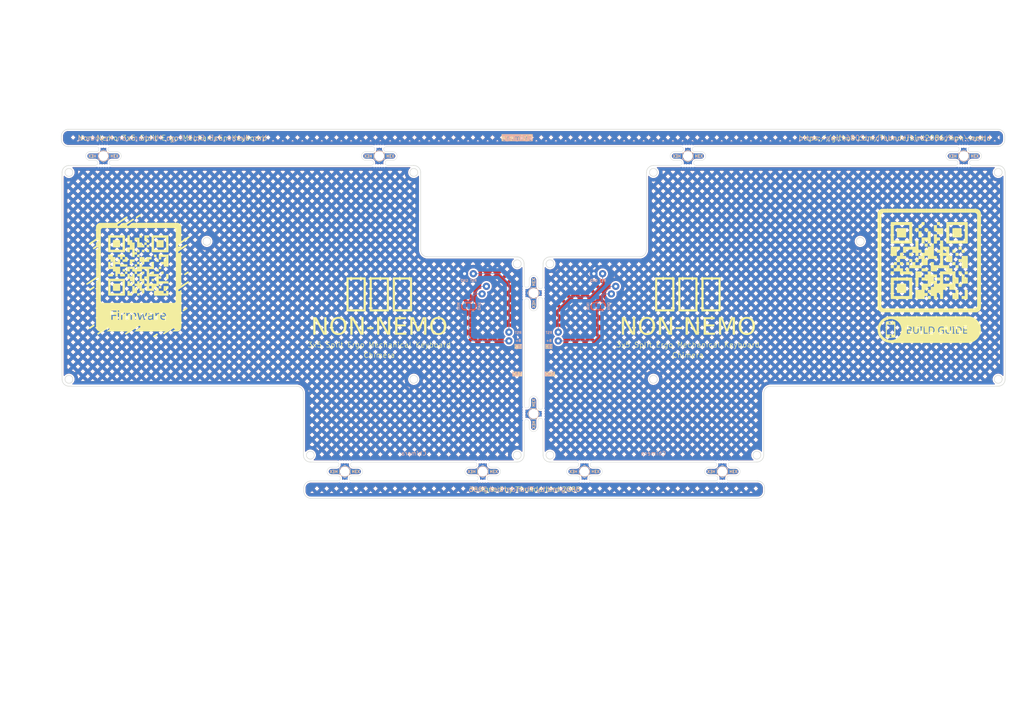
<source format=kicad_pcb>
(kicad_pcb (version 20240108) (generator "pcbnew") (generator_version "8.0")
  (title_block (title "Non Nemo Chimera Bottom Plate") (date "2025-04-09") (rev "0.2.0") (company "Allen Choi"))
  (layers (0 "F.Cu" signal) (31 "B.Cu" signal) (34 "B.Paste" user) (35 "F.Paste" user) (36 "B.SilkS" user "B.Silkscreen") (37 "F.SilkS" user "F.Silkscreen") (38 "B.Mask" user) (39 "F.Mask" user) (44 "Edge.Cuts" user))
  (net 0 "")
  (net 1 "GND")
  (net 2 "BAT_c")
  (net 3 "BAT_x")
  (net 4 "BAT_xr")
  (net 5 "BAT_cr")
  (net 6 "RST")
  (net 7 "RST_r")
  (net 8 "BAT")
  (net 9 "BAT_r")
  (footprint "mousebites_5p5mm_easysnap" (layer "F.Cu") (at 199.5 42.5 90)
    (property "Reference" "X8" (hide yes))
    (property "Value" "5.5mm" (hide yes))
    (fp_line (start -4 -3.9) (end -4 -2.4) (stroke (width 0.1)) (layer "Edge.Cuts"))
    (fp_line (start -1.5 -2.03) (end -1.5 -3.9) (stroke (width 0.1)) (layer "Edge.Cuts"))
    (fp_line (start -4 2.4) (end -4 3.9) (stroke (width 0.1)) (layer "Edge.Cuts"))
    (fp_line (start -1.5 3.9) (end -1.5 2.03) (stroke (width 0.1)) (layer "Edge.Cuts"))
    (fp_arc (start -4 -3.9) (mid -2.75 -5.15) (end -1.5 -3.9) (stroke (width 0.1)) (layer "Edge.Cuts"))
    (fp_arc (start -4 -2.4) (mid -4.75 -1.65) (end -5.5 -2.4) (stroke (width 0.1)) (layer "Edge.Cuts"))
    (fp_arc (start 0 -2.03) (mid -0.75 -1.28) (end -1.5 -2.03) (stroke (width 0.1)) (layer "Edge.Cuts"))
    (fp_arc (start -1.5 2.03) (mid -0.75 1.28) (end 0 2.03) (stroke (width 0.1)) (layer "Edge.Cuts"))
    (fp_arc (start -5.5 2.4) (mid -4.75 1.65) (end -4 2.4) (stroke (width 0.1)) (layer "Edge.Cuts"))
    (fp_arc (start -1.5 3.9) (mid -2.75 5.15) (end -4 3.9) (stroke (width 0.1)) (layer "Edge.Cuts"))
    (fp_text user "HEX" (at -2.75 3.2 180) (layer "B.SilkS") (effects (font (size 0.8 0.8)) (justify mirror)))
    (fp_text user "HEX" (at -2.75 -3.2 0) (layer "B.SilkS") (effects (font (size 0.8 0.8)) (justify mirror)))
    (fp_text user "HEX" (at -2.75 -3.2 180) (layer "F.SilkS") (effects (font (size 0.8 0.8))))
    (fp_text user "HEX" (at -2.75 3.2 0) (layer "F.SilkS") (effects (font (size 0.8 0.8))))
    (pad "" np_thru_hole circle (at -5.55 -1.48 270) (size 0.5 0.5) (drill 0.5) (layers "F&B.Cu" "*.Mask"))
    (pad "" np_thru_hole circle (at -5.55 -0.74 270) (size 0.5 0.5) (drill 0.5) (layers "F&B.Cu" "*.Mask"))
    (pad "" np_thru_hole circle (at -5.55 0 270) (size 0.5 0.5) (drill 0.5) (layers "F&B.Cu" "*.Mask"))
    (pad "" np_thru_hole circle (at -5.55 0.74 270) (size 0.5 0.5) (drill 0.5) (layers "F&B.Cu" "*.Mask"))
    (pad "" np_thru_hole circle (at -5.55 1.48 270) (size 0.5 0.5) (drill 0.5) (layers "F&B.Cu" "*.Mask"))
    (pad "" np_thru_hole circle (at -2.75 0 270) (size 2.4 2.4) (drill 2.4) (layers "F&B.Cu" "*.Mask"))
    (pad "" np_thru_hole circle (at 0.05 -1.11 90) (size 0.5 0.5) (drill 0.5) (layers "F&B.Cu" "*.Mask"))
    (pad "" np_thru_hole circle (at 0.05 -0.37 90) (size 0.5 0.5) (drill 0.5) (layers "F&B.Cu" "*.Mask"))
    (pad "" np_thru_hole circle (at 0.05 0.37 90) (size 0.5 0.5) (drill 0.5) (layers "F&B.Cu" "*.Mask"))
    (pad "" np_thru_hole circle (at 0.05 1.11 90) (size 0.5 0.5) (drill 0.5) (layers "F&B.Cu" "*.Mask"))
  )
  (footprint "mousebites_5p5mm_easysnap" (layer "F.Cu") (at 157.5 120)
    (property "Reference" "X10" (hide yes))
    (property "Value" "5.5mm" (hide yes))
    (fp_line (start -4 -3.9) (end -4 -2.4) (stroke (width 0.1)) (layer "Edge.Cuts"))
    (fp_line (start -4 2.4) (end -4 3.9) (stroke (width 0.1)) (layer "Edge.Cuts"))
    (fp_line (start -1.5 -2.03) (end -1.5 -3.9) (stroke (width 0.1)) (layer "Edge.Cuts"))
    (fp_line (start -1.5 3.9) (end -1.5 2.03) (stroke (width 0.1)) (layer "Edge.Cuts"))
    (fp_arc (start -5.5 2.4) (mid -4.75 1.65) (end -4 2.4) (stroke (width 0.1)) (layer "Edge.Cuts"))
    (fp_arc (start -4 -3.9) (mid -2.75 -5.15) (end -1.5 -3.9) (stroke (width 0.1)) (layer "Edge.Cuts"))
    (fp_arc (start -4 -2.4) (mid -4.75 -1.65) (end -5.5 -2.4) (stroke (width 0.1)) (layer "Edge.Cuts"))
    (fp_arc (start -1.5 2.03) (mid -0.75 1.28) (end 0 2.03) (stroke (width 0.1)) (layer "Edge.Cuts"))
    (fp_arc (start -1.5 3.9) (mid -2.75 5.15) (end -4 3.9) (stroke (width 0.1)) (layer "Edge.Cuts"))
    (fp_arc (start 0 -2.03) (mid -0.75 -1.28) (end -1.5 -2.03) (stroke (width 0.1)) (layer "Edge.Cuts"))
    (fp_text user "HEX" (at -2.75 3.2 90) (layer "B.SilkS") (effects (font (size 0.8 0.8)) (justify mirror)))
    (fp_text user "HEX" (at -2.75 -3.2 -90) (layer "B.SilkS") (effects (font (size 0.8 0.8)) (justify mirror)))
    (fp_text user "HEX" (at -2.75 3.2 -90) (layer "F.SilkS") (effects (font (size 0.8 0.8))))
    (fp_text user "HEX" (at -2.75 -3.2 90) (layer "F.SilkS") (effects (font (size 0.8 0.8))))
    (pad "" np_thru_hole circle (at -5.55 -1.48 180) (size 0.5 0.5) (drill 0.5) (layers "F&B.Cu" "*.Mask"))
    (pad "" np_thru_hole circle (at -5.55 -0.74 180) (size 0.5 0.5) (drill 0.5) (layers "F&B.Cu" "*.Mask"))
    (pad "" np_thru_hole circle (at -5.55 0 180) (size 0.5 0.5) (drill 0.5) (layers "F&B.Cu" "*.Mask"))
    (pad "" np_thru_hole circle (at -5.55 0.74 180) (size 0.5 0.5) (drill 0.5) (layers "F&B.Cu" "*.Mask"))
    (pad "" np_thru_hole circle (at -5.55 1.48 180) (size 0.5 0.5) (drill 0.5) (layers "F&B.Cu" "*.Mask"))
    (pad "" np_thru_hole circle (at -2.75 0 180) (size 2.4 2.4) (drill 2.4) (layers "F&B.Cu" "*.Mask"))
    (pad "" np_thru_hole circle (at 0.05 -1.11) (size 0.5 0.5) (drill 0.5) (layers "F&B.Cu" "*.Mask"))
    (pad "" np_thru_hole circle (at 0.05 -0.37) (size 0.5 0.5) (drill 0.5) (layers "F&B.Cu" "*.Mask"))
    (pad "" np_thru_hole circle (at 0.05 0.37) (size 0.5 0.5) (drill 0.5) (layers "F&B.Cu" "*.Mask"))
    (pad "" np_thru_hole circle (at 0.05 1.11) (size 0.5 0.5) (drill 0.5) (layers "F&B.Cu" "*.Mask"))
  )
  (footprint "mousebites_5p5mm_easysnap" (layer "F.Cu") (at 169.5 139.5 -90)
    (property "Reference" "X4" (hide yes))
    (property "Value" "5.5mm" (hide yes))
    (fp_line (start -1.5 3.9) (end -1.5 2.03) (stroke (width 0.1)) (layer "Edge.Cuts"))
    (fp_line (start -4 2.4) (end -4 3.9) (stroke (width 0.1)) (layer "Edge.Cuts"))
    (fp_line (start -1.5 -2.03) (end -1.5 -3.9) (stroke (width 0.1)) (layer "Edge.Cuts"))
    (fp_line (start -4 -3.9) (end -4 -2.4) (stroke (width 0.1)) (layer "Edge.Cuts"))
    (fp_arc (start -1.5 3.9) (mid -2.75 5.15) (end -4 3.9) (stroke (width 0.1)) (layer "Edge.Cuts"))
    (fp_arc (start -5.5 2.4) (mid -4.75 1.65) (end -4 2.4) (stroke (width 0.1)) (layer "Edge.Cuts"))
    (fp_arc (start -1.5 2.03) (mid -0.75 1.28) (end 0 2.03) (stroke (width 0.1)) (layer "Edge.Cuts"))
    (fp_arc (start 0 -2.03) (mid -0.75 -1.28) (end -1.5 -2.03) (stroke (width 0.1)) (layer "Edge.Cuts"))
    (fp_arc (start -4 -2.4) (mid -4.75 -1.65) (end -5.5 -2.4) (stroke (width 0.1)) (layer "Edge.Cuts"))
    (fp_arc (start -4 -3.9) (mid -2.75 -5.15) (end -1.5 -3.9) (stroke (width 0.1)) (layer "Edge.Cuts"))
    (fp_text user "HEX" (at -2.75 -3.2 180) (layer "B.SilkS") (effects (font (size 0.8 0.8)) (justify mirror)))
    (fp_text user "HEX" (at -2.75 3.2 0) (layer "B.SilkS") (effects (font (size 0.8 0.8)) (justify mirror)))
    (fp_text user "HEX" (at -2.75 3.2 180) (layer "F.SilkS") (effects (font (size 0.8 0.8))))
    (fp_text user "HEX" (at -2.75 -3.2 0) (layer "F.SilkS") (effects (font (size 0.8 0.8))))
    (pad "" np_thru_hole circle (at -5.55 -1.48 90) (size 0.5 0.5) (drill 0.5) (layers "F&B.Cu" "*.Mask"))
    (pad "" np_thru_hole circle (at -5.55 -0.74 90) (size 0.5 0.5) (drill 0.5) (layers "F&B.Cu" "*.Mask"))
    (pad "" np_thru_hole circle (at -5.55 0 90) (size 0.5 0.5) (drill 0.5) (layers "F&B.Cu" "*.Mask"))
    (pad "" np_thru_hole circle (at -5.55 0.74 90) (size 0.5 0.5) (drill 0.5) (layers "F&B.Cu" "*.Mask"))
    (pad "" np_thru_hole circle (at -5.55 1.48 90) (size 0.5 0.5) (drill 0.5) (layers "F&B.Cu" "*.Mask"))
    (pad "" np_thru_hole circle (at -2.75 0 90) (size 2.4 2.4) (drill 2.4) (layers "F&B.Cu" "*.Mask"))
    (pad "" np_thru_hole circle (at 0.05 -1.11 270) (size 0.5 0.5) (drill 0.5) (layers "F&B.Cu" "*.Mask"))
    (pad "" np_thru_hole circle (at 0.05 -0.37 270) (size 0.5 0.5) (drill 0.5) (layers "F&B.Cu" "*.Mask"))
    (pad "" np_thru_hole circle (at 0.05 0.37 270) (size 0.5 0.5) (drill 0.5) (layers "F&B.Cu" "*.Mask"))
    (pad "" np_thru_hole circle (at 0.05 1.11 270) (size 0.5 0.5) (drill 0.5) (layers "F&B.Cu" "*.Mask"))
  )
  (footprint "TB2086_MISC:Pogopin_1x02_P2.54mm" (layer "F.Cu") (at 140.445002 84.14 60)
    (property "Reference" "J1" (hide yes))
    (property "Value" "Conn_01x02")
    (pad "1" thru_hole circle (at -1.27 0 60) (size 2.1 2.1) (drill 0.9) (layers "*.Cu" "*.Mask") (net 3 "BAT_x"))
    (pad "2" thru_hole circle (at 1.27 0 60) (size 2.1 2.1) (drill 0.9) (layers "*.Cu" "*.Mask") (net 2 "BAT_c"))
  )
  (footprint "mousebites_5p5mm_easysnap" (layer "F.Cu") (at 209.5 139.5 -90)
    (property "Reference" "X3" (hide yes))
    (property "Value" "5.5mm" (hide yes))
    (fp_line (start -1.5 3.9) (end -1.5 2.03) (stroke (width 0.1)) (layer "Edge.Cuts"))
    (fp_line (start -4 2.4) (end -4 3.9) (stroke (width 0.1)) (layer "Edge.Cuts"))
    (fp_line (start -1.5 -2.03) (end -1.5 -3.9) (stroke (width 0.1)) (layer "Edge.Cuts"))
    (fp_line (start -4 -3.9) (end -4 -2.4) (stroke (width 0.1)) (layer "Edge.Cuts"))
    (fp_arc (start -1.5 3.9) (mid -2.75 5.15) (end -4 3.9) (stroke (width 0.1)) (layer "Edge.Cuts"))
    (fp_arc (start -5.5 2.4) (mid -4.75 1.65) (end -4 2.4) (stroke (width 0.1)) (layer "Edge.Cuts"))
    (fp_arc (start -1.5 2.03) (mid -0.75 1.28) (end 0 2.03) (stroke (width 0.1)) (layer "Edge.Cuts"))
    (fp_arc (start 0 -2.03) (mid -0.75 -1.28) (end -1.5 -2.03) (stroke (width 0.1)) (layer "Edge.Cuts"))
    (fp_arc (start -4 -2.4) (mid -4.75 -1.65) (end -5.5 -2.4) (stroke (width 0.1)) (layer "Edge.Cuts"))
    (fp_arc (start -4 -3.9) (mid -2.75 -5.15) (end -1.5 -3.9) (stroke (width 0.1)) (layer "Edge.Cuts"))
    (fp_text user "HEX" (at -2.75 -3.2 180) (layer "B.SilkS") (effects (font (size 0.8 0.8)) (justify mirror)))
    (fp_text user "HEX" (at -2.75 3.2 0) (layer "B.SilkS") (effects (font (size 0.8 0.8)) (justify mirror)))
    (fp_text user "HEX" (at -2.75 -3.2 0) (layer "F.SilkS") (effects (font (size 0.8 0.8))))
    (fp_text user "HEX" (at -2.75 3.2 180) (layer "F.SilkS") (effects (font (size 0.8 0.8))))
    (pad "" np_thru_hole circle (at -5.55 -1.48 90) (size 0.5 0.5) (drill 0.5) (layers "F&B.Cu" "*.Mask"))
    (pad "" np_thru_hole circle (at -5.55 -0.74 90) (size 0.5 0.5) (drill 0.5) (layers "F&B.Cu" "*.Mask"))
    (pad "" np_thru_hole circle (at -5.55 0 90) (size 0.5 0.5) (drill 0.5) (layers "F&B.Cu" "*.Mask"))
    (pad "" np_thru_hole circle (at -5.55 0.74 90) (size 0.5 0.5) (drill 0.5) (layers "F&B.Cu" "*.Mask"))
    (pad "" np_thru_hole circle (at -5.55 1.48 90) (size 0.5 0.5) (drill 0.5) (layers "F&B.Cu" "*.Mask"))
    (pad "" np_thru_hole circle (at -2.75 0 90) (size 2.4 2.4) (drill 2.4) (layers "F&B.Cu" "*.Mask"))
    (pad "" np_thru_hole circle (at 0.05 -1.11 270) (size 0.5 0.5) (drill 0.5) (layers "F&B.Cu" "*.Mask"))
    (pad "" np_thru_hole circle (at 0.05 -0.37 270) (size 0.5 0.5) (drill 0.5) (layers "F&B.Cu" "*.Mask"))
    (pad "" np_thru_hole circle (at 0.05 0.37 270) (size 0.5 0.5) (drill 0.5) (layers "F&B.Cu" "*.Mask"))
    (pad "" np_thru_hole circle (at 0.05 1.11 270) (size 0.5 0.5) (drill 0.5) (layers "F&B.Cu" "*.Mask"))
  )
  (footprint "TB2086_MISC:Pogopin_1x02_P2.54mm" (layer "F.Cu") (at 173.5 79.3775)
    (property "Reference" "J4" (hide yes))
    (property "Value" "Conn_01x02")
    (pad "1" thru_hole circle (at -1.27 0) (size 2.1 2.1) (drill 0.9) (layers "*.Cu" "*.Mask") (net 1 "GND"))
    (pad "2" thru_hole circle (at 1.27 0) (size 2.1 2.1) (drill 0.9) (layers "*.Cu" "*.Mask") (net 7 "RST_r"))
  )
  (footprint "mousebites_5p5mm_easysnap" (layer "F.Cu") (at 157.5 85)
    (property "Reference" "X9" (hide yes))
    (property "Value" "5.5mm" (hide yes))
    (fp_line (start -4 -3.9) (end -4 -2.4) (stroke (width 0.1)) (layer "Edge.Cuts"))
    (fp_line (start -4 2.4) (end -4 3.9) (stroke (width 0.1)) (layer "Edge.Cuts"))
    (fp_line (start -1.5 -2.03) (end -1.5 -3.9) (stroke (width 0.1)) (layer "Edge.Cuts"))
    (fp_line (start -1.5 3.9) (end -1.5 2.03) (stroke (width 0.1)) (layer "Edge.Cuts"))
    (fp_arc (start -5.5 2.4) (mid -4.75 1.65) (end -4 2.4) (stroke (width 0.1)) (layer "Edge.Cuts"))
    (fp_arc (start -4 -3.9) (mid -2.75 -5.15) (end -1.5 -3.9) (stroke (width 0.1)) (layer "Edge.Cuts"))
    (fp_arc (start -4 -2.4) (mid -4.75 -1.65) (end -5.5 -2.4) (stroke (width 0.1)) (layer "Edge.Cuts"))
    (fp_arc (start -1.5 2.03) (mid -0.75 1.28) (end 0 2.03) (stroke (width 0.1)) (layer "Edge.Cuts"))
    (fp_arc (start -1.5 3.9) (mid -2.75 5.15) (end -4 3.9) (stroke (width 0.1)) (layer "Edge.Cuts"))
    (fp_arc (start 0 -2.03) (mid -0.75 -1.28) (end -1.5 -2.03) (stroke (width 0.1)) (layer "Edge.Cuts"))
    (fp_text user "HEX" (at -2.75 3.2 90) (layer "B.SilkS") (effects (font (size 0.8 0.8)) (justify mirror)))
    (fp_text user "HEX" (at -2.75 -3.2 -90) (layer "B.SilkS") (effects (font (size 0.8 0.8)) (justify mirror)))
    (fp_text user "HEX" (at -2.75 3.2 -90) (layer "F.SilkS") (effects (font (size 0.8 0.8))))
    (fp_text user "HEX" (at -2.75 -3.2 90) (layer "F.SilkS") (effects (font (size 0.8 0.8))))
    (pad "" np_thru_hole circle (at -5.55 -1.48 180) (size 0.5 0.5) (drill 0.5) (layers "F&B.Cu" "*.Mask"))
    (pad "" np_thru_hole circle (at -5.55 -0.74 180) (size 0.5 0.5) (drill 0.5) (layers "F&B.Cu" "*.Mask"))
    (pad "" np_thru_hole circle (at -5.55 0 180) (size 0.5 0.5) (drill 0.5) (layers "F&B.Cu" "*.Mask"))
    (pad "" np_thru_hole circle (at -5.55 0.74 180) (size 0.5 0.5) (drill 0.5) (layers "F&B.Cu" "*.Mask"))
    (pad "" np_thru_hole circle (at -5.55 1.48 180) (size 0.5 0.5) (drill 0.5) (layers "F&B.Cu" "*.Mask"))
    (pad "" np_thru_hole circle (at -2.75 0 180) (size 2.4 2.4) (drill 2.4) (layers "F&B.Cu" "*.Mask"))
    (pad "" np_thru_hole circle (at 0.05 -1.11) (size 0.5 0.5) (drill 0.5) (layers "F&B.Cu" "*.Mask"))
    (pad "" np_thru_hole circle (at 0.05 -0.37) (size 0.5 0.5) (drill 0.5) (layers "F&B.Cu" "*.Mask"))
    (pad "" np_thru_hole circle (at 0.05 0.37) (size 0.5 0.5) (drill 0.5) (layers "F&B.Cu" "*.Mask"))
    (pad "" np_thru_hole circle (at 0.05 1.11) (size 0.5 0.5) (drill 0.5) (layers "F&B.Cu" "*.Mask"))
  )
  (footprint "TB2086_MISC:Pogopin_1x02_P2.54mm" (layer "F.Cu") (at 147.6 97.6 90)
    (property "Reference" "J5" (hide yes))
    (property "Value" "Conn_01x02")
    (pad "1" thru_hole circle (at -1.27 0 90) (size 2.1 2.1) (drill 0.9) (layers "*.Cu" "*.Mask") (net 8 "BAT"))
    (pad "2" thru_hole circle (at 1.27 0 90) (size 2.1 2.1) (drill 0.9) (layers "*.Cu" "*.Mask") (net 6 "RST"))
  )
  (footprint "mousebites_5p5mm_easysnap" (layer "F.Cu") (at 30 42.5 90)
    (property "Reference" "X5" (hide yes))
    (property "Value" "5.5mm" (hide yes))
    (fp_line (start -4 -3.9) (end -4 -2.4) (stroke (width 0.1)) (layer "Edge.Cuts"))
    (fp_line (start -1.5 -2.03) (end -1.5 -3.9) (stroke (width 0.1)) (layer "Edge.Cuts"))
    (fp_line (start -4 2.4) (end -4 3.9) (stroke (width 0.1)) (layer "Edge.Cuts"))
    (fp_line (start -1.5 3.9) (end -1.5 2.03) (stroke (width 0.1)) (layer "Edge.Cuts"))
    (fp_arc (start -4 -3.9) (mid -2.75 -5.15) (end -1.5 -3.9) (stroke (width 0.1)) (layer "Edge.Cuts"))
    (fp_arc (start -4 -2.4) (mid -4.75 -1.65) (end -5.5 -2.4) (stroke (width 0.1)) (layer "Edge.Cuts"))
    (fp_arc (start 0 -2.03) (mid -0.75 -1.28) (end -1.5 -2.03) (stroke (width 0.1)) (layer "Edge.Cuts"))
    (fp_arc (start -1.5 2.03) (mid -0.75 1.28) (end 0 2.03) (stroke (width 0.1)) (layer "Edge.Cuts"))
    (fp_arc (start -5.5 2.4) (mid -4.75 1.65) (end -4 2.4) (stroke (width 0.1)) (layer "Edge.Cuts"))
    (fp_arc (start -1.5 3.9) (mid -2.75 5.15) (end -4 3.9) (stroke (width 0.1)) (layer "Edge.Cuts"))
    (fp_text user "HEX" (at -2.75 3.2 180) (layer "B.SilkS") (effects (font (size 0.8 0.8)) (justify mirror)))
    (fp_text user "HEX" (at -2.75 -3.2 0) (layer "B.SilkS") (effects (font (size 0.8 0.8)) (justify mirror)))
    (fp_text user "HEX" (at -2.75 3.2 0) (layer "F.SilkS") (effects (font (size 0.8 0.8))))
    (fp_text user "HEX" (at -2.75 -3.2 180) (layer "F.SilkS") (effects (font (size 0.8 0.8))))
    (pad "" np_thru_hole circle (at -5.55 -1.48 270) (size 0.5 0.5) (drill 0.5) (layers "F&B.Cu" "*.Mask"))
    (pad "" np_thru_hole circle (at -5.55 -0.74 270) (size 0.5 0.5) (drill 0.5) (layers "F&B.Cu" "*.Mask"))
    (pad "" np_thru_hole circle (at -5.55 0 270) (size 0.5 0.5) (drill 0.5) (layers "F&B.Cu" "*.Mask"))
    (pad "" np_thru_hole circle (at -5.55 0.74 270) (size 0.5 0.5) (drill 0.5) (layers "F&B.Cu" "*.Mask"))
    (pad "" np_thru_hole circle (at -5.55 1.48 270) (size 0.5 0.5) (drill 0.5) (layers "F&B.Cu" "*.Mask"))
    (pad "" np_thru_hole circle (at -2.75 0 270) (size 2.4 2.4) (drill 2.4) (layers "F&B.Cu" "*.Mask"))
    (pad "" np_thru_hole circle (at 0.05 -1.11 90) (size 0.5 0.5) (drill 0.5) (layers "F&B.Cu" "*.Mask"))
    (pad "" np_thru_hole circle (at 0.05 -0.37 90) (size 0.5 0.5) (drill 0.5) (layers "F&B.Cu" "*.Mask"))
    (pad "" np_thru_hole circle (at 0.05 0.37 90) (size 0.5 0.5) (drill 0.5) (layers "F&B.Cu" "*.Mask"))
    (pad "" np_thru_hole circle (at 0.05 1.11 90) (size 0.5 0.5) (drill 0.5) (layers "F&B.Cu" "*.Mask"))
  )
  (footprint "mousebites_5p5mm_easysnap" (layer "F.Cu") (at 140 139.5 -90)
    (property "Reference" "X2" (hide yes))
    (property "Value" "5.5mm" (hide yes))
    (fp_line (start -1.5 3.9) (end -1.5 2.03) (stroke (width 0.1)) (layer "Edge.Cuts"))
    (fp_line (start -4 2.4) (end -4 3.9) (stroke (width 0.1)) (layer "Edge.Cuts"))
    (fp_line (start -1.5 -2.03) (end -1.5 -3.9) (stroke (width 0.1)) (layer "Edge.Cuts"))
    (fp_line (start -4 -3.9) (end -4 -2.4) (stroke (width 0.1)) (layer "Edge.Cuts"))
    (fp_arc (start -1.5 3.9) (mid -2.75 5.15) (end -4 3.9) (stroke (width 0.1)) (layer "Edge.Cuts"))
    (fp_arc (start -5.5 2.4) (mid -4.75 1.65) (end -4 2.4) (stroke (width 0.1)) (layer "Edge.Cuts"))
    (fp_arc (start -1.5 2.03) (mid -0.75 1.28) (end 0 2.03) (stroke (width 0.1)) (layer "Edge.Cuts"))
    (fp_arc (start 0 -2.03) (mid -0.75 -1.28) (end -1.5 -2.03) (stroke (width 0.1)) (layer "Edge.Cuts"))
    (fp_arc (start -4 -2.4) (mid -4.75 -1.65) (end -5.5 -2.4) (stroke (width 0.1)) (layer "Edge.Cuts"))
    (fp_arc (start -4 -3.9) (mid -2.75 -5.15) (end -1.5 -3.9) (stroke (width 0.1)) (layer "Edge.Cuts"))
    (fp_text user "HEX" (at -2.75 3.2 0) (layer "B.SilkS") (effects (font (size 0.8 0.8)) (justify mirror)))
    (fp_text user "HEX" (at -2.75 -3.2 180) (layer "B.SilkS") (effects (font (size 0.8 0.8)) (justify mirror)))
    (fp_text user "HEX" (at -2.75 -3.2 0) (layer "F.SilkS") (effects (font (size 0.8 0.8))))
    (fp_text user "HEX" (at -2.75 3.2 180) (layer "F.SilkS") (effects (font (size 0.8 0.8))))
    (pad "" np_thru_hole circle (at -5.55 -1.48 90) (size 0.5 0.5) (drill 0.5) (layers "F&B.Cu" "*.Mask"))
    (pad "" np_thru_hole circle (at -5.55 -0.74 90) (size 0.5 0.5) (drill 0.5) (layers "F&B.Cu" "*.Mask"))
    (pad "" np_thru_hole circle (at -5.55 0 90) (size 0.5 0.5) (drill 0.5) (layers "F&B.Cu" "*.Mask"))
    (pad "" np_thru_hole circle (at -5.55 0.74 90) (size 0.5 0.5) (drill 0.5) (layers "F&B.Cu" "*.Mask"))
    (pad "" np_thru_hole circle (at -5.55 1.48 90) (size 0.5 0.5) (drill 0.5) (layers "F&B.Cu" "*.Mask"))
    (pad "" np_thru_hole circle (at -2.75 0 90) (size 2.4 2.4) (drill 2.4) (layers "F&B.Cu" "*.Mask"))
    (pad "" np_thru_hole circle (at 0.05 -1.11 270) (size 0.5 0.5) (drill 0.5) (layers "F&B.Cu" "*.Mask"))
    (pad "" np_thru_hole circle (at 0.05 -0.37 270) (size 0.5 0.5) (drill 0.5) (layers "F&B.Cu" "*.Mask"))
    (pad "" np_thru_hole circle (at 0.05 0.37 270) (size 0.5 0.5) (drill 0.5) (layers "F&B.Cu" "*.Mask"))
    (pad "" np_thru_hole circle (at 0.05 1.11 270) (size 0.5 0.5) (drill 0.5) (layers "F&B.Cu" "*.Mask"))
  )
  (footprint "TB2086_MISC:Pogopin_1x02_P2.54mm" (layer "F.Cu") (at 161.9 97.6 90)
    (property "Reference" "J6" (hide yes))
    (property "Value" "Conn_01x02")
    (pad "1" thru_hole circle (at -1.27 0 90) (size 2.1 2.1) (drill 0.9) (layers "*.Cu" "*.Mask") (net 9 "BAT_r"))
    (pad "2" thru_hole circle (at 1.27 0 90) (size 2.1 2.1) (drill 0.9) (layers "*.Cu" "*.Mask") (net 7 "RST_r"))
  )
  (footprint "TB2086_MISC:SolderJumper-3_P1.3mm_Open_RoundedPad1.0x1.5mm" (layer "F.Cu") (at 173.5 88.8)
    (property "Reference" "JP2" (hide yes))
    (property "Value" "SolderJumper_3_Open")
    (pad "1" smd custom (at -1.3 0) (size 1 0.5) (layers "B.Cu" "B.Mask") (net 5 "BAT_cr") (options (clearance outline) (anchor rect)) (primitives (gr_circle (center 0 0.25) (end -0.5 0.25) (width 0) (fill yes)) (gr_circle (center 0 -0.25) (end -0.5 -0.25) (width 0) (fill yes)) (gr_poly (pts (xy 0 0.75) (xy 0.55 0.75) (xy 0.55 -0.75) (xy 0 -0.75)) (width 0) (fill yes))))
    (pad "2" smd rect (at 0 0) (size 1 1.5) (layers "B.Cu" "B.Mask") (net 9 "BAT_r"))
    (pad "3" smd custom (at 1.3 0) (size 1 0.5) (layers "B.Cu" "B.Mask") (net 4 "BAT_xr") (options (clearance outline) (anchor rect)) (primitives (gr_circle (center 0 0.25) (end -0.5 0.25) (width 0) (fill yes)) (gr_circle (center 0 -0.25) (end -0.5 -0.25) (width 0) (fill yes)) (gr_poly (pts (xy -0.55 0.75) (xy 0 0.75) (xy 0 -0.75) (xy -0.55 -0.75)) (width 0) (fill yes))))
  )
  (footprint "TB2086_MISC:SolderJumper-3_P1.3mm_Open_RoundedPad1.0x1.5mm" (layer "F.Cu") (at 136 88.8)
    (property "Reference" "JP1" (hide yes))
    (property "Value" "SolderJumper_3_Open")
    (pad "1" smd custom (at -1.3 0) (size 1 0.5) (layers "B.Cu" "B.Mask") (net 2 "BAT_c") (options (clearance outline) (anchor rect)) (primitives (gr_circle (center 0 0.25) (end -0.5 0.25) (width 0) (fill yes)) (gr_circle (center 0 -0.25) (end -0.5 -0.25) (width 0) (fill yes)) (gr_poly (pts (xy 0 0.75) (xy 0.55 0.75) (xy 0.55 -0.75) (xy 0 -0.75)) (width 0) (fill yes))))
    (pad "2" smd rect (at 0 0) (size 1 1.5) (layers "B.Cu" "B.Mask") (net 8 "BAT"))
    (pad "3" smd custom (at 1.3 0) (size 1 0.5) (layers "B.Cu" "B.Mask") (net 3 "BAT_x") (options (clearance outline) (anchor rect)) (primitives (gr_circle (center 0 0.25) (end -0.5 0.25) (width 0) (fill yes)) (gr_circle (center 0 -0.25) (end -0.5 -0.25) (width 0) (fill yes)) (gr_poly (pts (xy -0.55 0.75) (xy 0 0.75) (xy 0 -0.75) (xy -0.55 -0.75)) (width 0) (fill yes))))
  )
  (footprint "LOGO" (layer "F.Cu") (at 269.5 80)
    (property "Reference" "G***" (hide yes))
    (property "Value" "LOGO" (hide yes))
  )
  (footprint "mousebites_5p5mm_easysnap" (layer "F.Cu") (at 110 42.5 90)
    (property "Reference" "X6" (hide yes))
    (property "Value" "5.5mm" (hide yes))
    (fp_line (start -4 -3.9) (end -4 -2.4) (stroke (width 0.1)) (layer "Edge.Cuts"))
    (fp_line (start -1.5 -2.03) (end -1.5 -3.9) (stroke (width 0.1)) (layer "Edge.Cuts"))
    (fp_line (start -4 2.4) (end -4 3.9) (stroke (width 0.1)) (layer "Edge.Cuts"))
    (fp_line (start -1.5 3.9) (end -1.5 2.03) (stroke (width 0.1)) (layer "Edge.Cuts"))
    (fp_arc (start -4 -3.9) (mid -2.75 -5.15) (end -1.5 -3.9) (stroke (width 0.1)) (layer "Edge.Cuts"))
    (fp_arc (start -4 -2.4) (mid -4.75 -1.65) (end -5.5 -2.4) (stroke (width 0.1)) (layer "Edge.Cuts"))
    (fp_arc (start 0 -2.03) (mid -0.75 -1.28) (end -1.5 -2.03) (stroke (width 0.1)) (layer "Edge.Cuts"))
    (fp_arc (start -1.5 2.03) (mid -0.75 1.28) (end 0 2.03) (stroke (width 0.1)) (layer "Edge.Cuts"))
    (fp_arc (start -5.5 2.4) (mid -4.75 1.65) (end -4 2.4) (stroke (width 0.1)) (layer "Edge.Cuts"))
    (fp_arc (start -1.5 3.9) (mid -2.75 5.15) (end -4 3.9) (stroke (width 0.1)) (layer "Edge.Cuts"))
    (fp_text user "HEX" (at -2.75 -3.2 0) (layer "B.SilkS") (effects (font (size 0.8 0.8)) (justify mirror)))
    (fp_text user "HEX" (at -2.75 3.2 180) (layer "B.SilkS") (effects (font (size 0.8 0.8)) (justify mirror)))
    (fp_text user "HEX" (at -2.75 -3.2 180) (layer "F.SilkS") (effects (font (size 0.8 0.8))))
    (fp_text user "HEX" (at -2.75 3.2 0) (layer "F.SilkS") (effects (font (size 0.8 0.8))))
    (pad "" np_thru_hole circle (at -5.55 -1.48 270) (size 0.5 0.5) (drill 0.5) (layers "F&B.Cu" "*.Mask"))
    (pad "" np_thru_hole circle (at -5.55 -0.74 270) (size 0.5 0.5) (drill 0.5) (layers "F&B.Cu" "*.Mask"))
    (pad "" np_thru_hole circle (at -5.55 0 270) (size 0.5 0.5) (drill 0.5) (layers "F&B.Cu" "*.Mask"))
    (pad "" np_thru_hole circle (at -5.55 0.74 270) (size 0.5 0.5) (drill 0.5) (layers "F&B.Cu" "*.Mask"))
    (pad "" np_thru_hole circle (at -5.55 1.48 270) (size 0.5 0.5) (drill 0.5) (layers "F&B.Cu" "*.Mask"))
    (pad "" np_thru_hole circle (at -2.75 0 270) (size 2.4 2.4) (drill 2.4) (layers "F&B.Cu" "*.Mask"))
    (pad "" np_thru_hole circle (at 0.05 -1.11 90) (size 0.5 0.5) (drill 0.5) (layers "F&B.Cu" "*.Mask"))
    (pad "" np_thru_hole circle (at 0.05 -0.37 90) (size 0.5 0.5) (drill 0.5) (layers "F&B.Cu" "*.Mask"))
    (pad "" np_thru_hole circle (at 0.05 0.37 90) (size 0.5 0.5) (drill 0.5) (layers "F&B.Cu" "*.Mask"))
    (pad "" np_thru_hole circle (at 0.05 1.11 90) (size 0.5 0.5) (drill 0.5) (layers "F&B.Cu" "*.Mask"))
  )
  (footprint "mousebites_5p5mm_easysnap" (layer "F.Cu") (at 279.5 42.5 90)
    (property "Reference" "X7" (hide yes))
    (property "Value" "5.5mm" (hide yes))
    (fp_line (start -4 -3.9) (end -4 -2.4) (stroke (width 0.1)) (layer "Edge.Cuts"))
    (fp_line (start -1.5 -2.03) (end -1.5 -3.9) (stroke (width 0.1)) (layer "Edge.Cuts"))
    (fp_line (start -4 2.4) (end -4 3.9) (stroke (width 0.1)) (layer "Edge.Cuts"))
    (fp_line (start -1.5 3.9) (end -1.5 2.03) (stroke (width 0.1)) (layer "Edge.Cuts"))
    (fp_arc (start -4 -3.9) (mid -2.75 -5.15) (end -1.5 -3.9) (stroke (width 0.1)) (layer "Edge.Cuts"))
    (fp_arc (start -4 -2.4) (mid -4.75 -1.65) (end -5.5 -2.4) (stroke (width 0.1)) (layer "Edge.Cuts"))
    (fp_arc (start 0 -2.03) (mid -0.75 -1.28) (end -1.5 -2.03) (stroke (width 0.1)) (layer "Edge.Cuts"))
    (fp_arc (start -1.5 2.03) (mid -0.75 1.28) (end 0 2.03) (stroke (width 0.1)) (layer "Edge.Cuts"))
    (fp_arc (start -5.5 2.4) (mid -4.75 1.65) (end -4 2.4) (stroke (width 0.1)) (layer "Edge.Cuts"))
    (fp_arc (start -1.5 3.9) (mid -2.75 5.15) (end -4 3.9) (stroke (width 0.1)) (layer "Edge.Cuts"))
    (fp_text user "HEX" (at -2.75 -3.2 0) (layer "B.SilkS") (effects (font (size 0.8 0.8)) (justify mirror)))
    (fp_text user "HEX" (at -2.75 3.2 180) (layer "B.SilkS") (effects (font (size 0.8 0.8)) (justify mirror)))
    (fp_text user "HEX" (at -2.75 -3.2 180) (layer "F.SilkS") (effects (font (size 0.8 0.8))))
    (fp_text user "HEX" (at -2.75 3.2 0) (layer "F.SilkS") (effects (font (size 0.8 0.8))))
    (pad "" np_thru_hole circle (at -5.55 -1.48 270) (size 0.5 0.5) (drill 0.5) (layers "F&B.Cu" "*.Mask"))
    (pad "" np_thru_hole circle (at -5.55 -0.74 270) (size 0.5 0.5) (drill 0.5) (layers "F&B.Cu" "*.Mask"))
    (pad "" np_thru_hole circle (at -5.55 0 270) (size 0.5 0.5) (drill 0.5) (layers "F&B.Cu" "*.Mask"))
    (pad "" np_thru_hole circle (at -5.55 0.74 270) (size 0.5 0.5) (drill 0.5) (layers "F&B.Cu" "*.Mask"))
    (pad "" np_thru_hole circle (at -5.55 1.48 270) (size 0.5 0.5) (drill 0.5) (layers "F&B.Cu" "*.Mask"))
    (pad "" np_thru_hole circle (at -2.75 0 270) (size 2.4 2.4) (drill 2.4) (layers "F&B.Cu" "*.Mask"))
    (pad "" np_thru_hole circle (at 0.05 -1.11 90) (size 0.5 0.5) (drill 0.5) (layers "F&B.Cu" "*.Mask"))
    (pad "" np_thru_hole circle (at 0.05 -0.37 90) (size 0.5 0.5) (drill 0.5) (layers "F&B.Cu" "*.Mask"))
    (pad "" np_thru_hole circle (at 0.05 0.37 90) (size 0.5 0.5) (drill 0.5) (layers "F&B.Cu" "*.Mask"))
    (pad "" np_thru_hole circle (at 0.05 1.11 90) (size 0.5 0.5) (drill 0.5) (layers "F&B.Cu" "*.Mask"))
  )
  (footprint "LOGO" (layer "F.Cu") (at 40 80)
    (property "Reference" "G***" (hide yes))
    (property "Value" "LOGO" (hide yes))
  )
  (footprint "mousebites_5p5mm_easysnap" (layer "F.Cu") (at 100 139.5 -90)
    (property "Reference" "X1" (hide yes))
    (property "Value" "5.5mm" (hide yes))
    (fp_line (start -1.5 3.9) (end -1.5 2.03) (stroke (width 0.1)) (layer "Edge.Cuts"))
    (fp_line (start -4 2.4) (end -4 3.9) (stroke (width 0.1)) (layer "Edge.Cuts"))
    (fp_line (start -1.5 -2.03) (end -1.5 -3.9) (stroke (width 0.1)) (layer "Edge.Cuts"))
    (fp_line (start -4 -3.9) (end -4 -2.4) (stroke (width 0.1)) (layer "Edge.Cuts"))
    (fp_arc (start -1.5 3.9) (mid -2.75 5.15) (end -4 3.9) (stroke (width 0.1)) (layer "Edge.Cuts"))
    (fp_arc (start -5.5 2.4) (mid -4.75 1.65) (end -4 2.4) (stroke (width 0.1)) (layer "Edge.Cuts"))
    (fp_arc (start -1.5 2.03) (mid -0.75 1.28) (end 0 2.03) (stroke (width 0.1)) (layer "Edge.Cuts"))
    (fp_arc (start 0 -2.03) (mid -0.75 -1.28) (end -1.5 -2.03) (stroke (width 0.1)) (layer "Edge.Cuts"))
    (fp_arc (start -4 -2.4) (mid -4.75 -1.65) (end -5.5 -2.4) (stroke (width 0.1)) (layer "Edge.Cuts"))
    (fp_arc (start -4 -3.9) (mid -2.75 -5.15) (end -1.5 -3.9) (stroke (width 0.1)) (layer "Edge.Cuts"))
    (fp_text user "HEX" (at -2.75 3.2 0) (layer "B.SilkS") (effects (font (size 0.8 0.8)) (justify mirror)))
    (fp_text user "HEX" (at -2.75 -3.2 180) (layer "B.SilkS") (effects (font (size 0.8 0.8)) (justify mirror)))
    (fp_text user "HEX" (at -2.75 -3.2 0) (layer "F.SilkS") (effects (font (size 0.8 0.8))))
    (fp_text user "HEX" (at -2.75 3.2 180) (layer "F.SilkS") (effects (font (size 0.8 0.8))))
    (pad "" np_thru_hole circle (at -5.55 -1.48 90) (size 0.5 0.5) (drill 0.5) (layers "F&B.Cu" "*.Mask"))
    (pad "" np_thru_hole circle (at -5.55 -0.74 90) (size 0.5 0.5) (drill 0.5) (layers "F&B.Cu" "*.Mask"))
    (pad "" np_thru_hole circle (at -5.55 0 90) (size 0.5 0.5) (drill 0.5) (layers "F&B.Cu" "*.Mask"))
    (pad "" np_thru_hole circle (at -5.55 0.74 90) (size 0.5 0.5) (drill 0.5) (layers "F&B.Cu" "*.Mask"))
    (pad "" np_thru_hole circle (at -5.55 1.48 90) (size 0.5 0.5) (drill 0.5) (layers "F&B.Cu" "*.Mask"))
    (pad "" np_thru_hole circle (at -2.75 0 90) (size 2.4 2.4) (drill 2.4) (layers "F&B.Cu" "*.Mask"))
    (pad "" np_thru_hole circle (at 0.05 -1.11 270) (size 0.5 0.5) (drill 0.5) (layers "F&B.Cu" "*.Mask"))
    (pad "" np_thru_hole circle (at 0.05 -0.37 270) (size 0.5 0.5) (drill 0.5) (layers "F&B.Cu" "*.Mask"))
    (pad "" np_thru_hole circle (at 0.05 0.37 270) (size 0.5 0.5) (drill 0.5) (layers "F&B.Cu" "*.Mask"))
    (pad "" np_thru_hole circle (at 0.05 1.11 270) (size 0.5 0.5) (drill 0.5) (layers "F&B.Cu" "*.Mask"))
  )
  (footprint "TB2086_MISC:Pogopin_1x02_P2.54mm" (layer "F.Cu") (at 177.945002 84.14 60)
    (property "Reference" "J2" (hide yes))
    (property "Value" "Conn_01x02")
    (pad "1" thru_hole circle (at -1.27 0 60) (size 2.1 2.1) (drill 0.9) (layers "*.Cu" "*.Mask") (net 4 "BAT_xr"))
    (pad "2" thru_hole circle (at 1.27 0 60) (size 2.1 2.1) (drill 0.9) (layers "*.Cu" "*.Mask") (net 5 "BAT_cr"))
  )
  (footprint "TB2086_MISC:Pogopin_1x02_P2.54mm" (layer "F.Cu") (at 136 79.3775)
    (property "Reference" "J3" (hide yes))
    (property "Value" "Conn_01x02")
    (pad "1" thru_hole circle (at -1.27 0) (size 2.1 2.1) (drill 0.9) (layers "*.Cu" "*.Mask") (net 1 "GND"))
    (pad "2" thru_hole circle (at 1.27 0) (size 2.1 2.1) (drill 0.9) (layers "*.Cu" "*.Mask") (net 6 "RST"))
  )
  (gr_line (start 157.5 87.03) (end 157.5 117.97) (stroke (width 0.15)) (layer "Edge.Cuts"))
  (gr_arc (start 157.5 76.5) (mid 158.085786 75.085786) (end 159.5 74.5) (stroke (width 0.15)) (layer "Edge.Cuts"))
  (gr_arc (start 120 48) (mid 121.414214 48.585786) (end 122 50) (stroke (width 0.15)) (layer "Edge.Cuts"))
  (gr_line (start 207.1 134) (end 171.9 134) (stroke (width 0.15)) (layer "Edge.Cuts"))
  (gr_line (start 223.5 112) (end 289.5 112) (stroke (width 0.15)) (layer "Edge.Cuts"))
  (gr_line (start 171.53 139.5) (end 207.47 139.5) (stroke (width 0.15)) (layer "Edge.Cuts"))
  (gr_circle (center 150 132) (end 151.15 132) (stroke (width 0.15)) (fill none) (layer "Edge.Cuts"))
  (gr_arc (start 159.5 134) (mid 158.085786 133.414214) (end 157.5 132) (stroke (width 0.15)) (layer "Edge.Cuts"))
  (gr_circle (center 150 76.5) (end 151.15 76.5) (stroke (width 0.15)) (fill none) (layer "Edge.Cuts"))
  (gr_arc (start 289.5 48) (mid 290.914214 48.585786) (end 291.5 50) (stroke (width 0.15)) (layer "Edge.Cuts"))
  (gr_arc (start 19.8 42.5) (mid 18.385786 41.914214) (end 17.8 40.5) (stroke (width 0.15)) (layer "Edge.Cuts"))
  (gr_arc (start 187.5 50) (mid 188.085786 48.585786) (end 189.5 48) (stroke (width 0.15)) (layer "Edge.Cuts"))
  (gr_line (start 88 114) (end 88 132) (stroke (width 0.15)) (layer "Edge.Cuts"))
  (gr_arc (start 221.5 114) (mid 222.085786 112.585786) (end 223.5 112) (stroke (width 0.15)) (layer "Edge.Cuts"))
  (gr_circle (center 289.5 50) (end 290.65 50) (stroke (width 0.15)) (fill none) (layer "Edge.Cuts"))
  (gr_line (start 277.1 48) (end 201.9 48) (stroke (width 0.15)) (layer "Edge.Cuts"))
  (gr_arc (start 18 50) (mid 18.585786 48.585786) (end 20 48) (stroke (width 0.15)) (layer "Edge.Cuts"))
  (gr_line (start 122 72.5) (end 122 50) (stroke (width 0.15)) (layer "Edge.Cuts"))
  (gr_line (start 20 48) (end 27.6 48) (stroke (width 0.15)) (layer "Edge.Cuts"))
  (gr_line (start 167.1 134) (end 159.5 134) (stroke (width 0.15)) (layer "Edge.Cuts"))
  (gr_line (start 152 82.6) (end 152 76.5) (stroke (width 0.15)) (layer "Edge.Cuts"))
  (gr_line (start 90.133 144.5) (end 219.733 144.5) (stroke (width 0.15)) (layer "Edge.Cuts"))
  (gr_line (start 211.53 139.5) (end 219.733 139.5) (stroke (width 0.15)) (layer "Edge.Cuts"))
  (gr_line (start 291.5 110) (end 291.5 50) (stroke (width 0.15)) (layer "Edge.Cuts"))
  (gr_line (start 281.53 42.5) (end 289.4 42.5) (stroke (width 0.15)) (layer "Edge.Cuts"))
  (gr_circle (center 120 50) (end 121.15 50) (stroke (width 0.15)) (fill none) (layer "Edge.Cuts"))
  (gr_line (start 281.9 48) (end 289.5 48) (stroke (width 0.15)) (layer "Edge.Cuts"))
  (gr_line (start 211.9 134) (end 219.5 134) (stroke (width 0.15)) (layer "Edge.Cuts"))
  (gr_arc (start 88.133 141.5) (mid 88.718786 140.085786) (end 90.133 139.5) (stroke (width 0.15)) (layer "Edge.Cuts"))
  (gr_line (start 197.1 48) (end 189.5 48) (stroke (width 0.15)) (layer "Edge.Cuts"))
  (gr_arc (start 221.733 142.5) (mid 221.147214 143.914214) (end 219.733 144.5) (stroke (width 0.15)) (layer "Edge.Cuts"))
  (gr_line (start 32.4 48) (end 107.6 48) (stroke (width 0.15)) (layer "Edge.Cuts"))
  (gr_line (start 107.97 42.5) (end 32.03 42.5) (stroke (width 0.15)) (layer "Edge.Cuts"))
  (gr_line (start 97.97 139.5) (end 90.133 139.5) (stroke (width 0.15)) (layer "Edge.Cuts"))
  (gr_line (start 150 74.5) (end 124 74.5) (stroke (width 0.15)) (layer "Edge.Cuts"))
  (gr_arc (start 124 74.5) (mid 122.585786 73.914214) (end 122 72.5) (stroke (width 0.15)) (layer "Edge.Cuts"))
  (gr_arc (start 90 134) (mid 88.585786 133.414214) (end 88 132) (stroke (width 0.15)) (layer "Edge.Cuts"))
  (gr_line (start 221.5 132) (end 221.5 114) (stroke (width 0.15)) (layer "Edge.Cuts"))
  (gr_line (start 152 87.4) (end 152 117.6) (stroke (width 0.15)) (layer "Edge.Cuts"))
  (gr_circle (center 189.5 110) (end 190.65 110) (stroke (width 0.15)) (fill none) (layer "Edge.Cuts"))
  (gr_line (start 185.5 74.5) (end 159.5 74.5) (stroke (width 0.15)) (layer "Edge.Cuts"))
  (gr_line (start 289.4 37.5) (end 19.8 37.5) (stroke (width 0.15)) (layer "Edge.Cuts"))
  (gr_line (start 152 122.4) (end 152 132) (stroke (width 0.15)) (layer "Edge.Cuts"))
  (gr_line (start 221.733 142.5) (end 221.733 141.5) (stroke (width 0.15)) (layer "Edge.Cuts"))
  (gr_arc (start 187.5 72.5) (mid 186.914214 73.914214) (end 185.5 74.5) (stroke (width 0.15)) (layer "Edge.Cuts"))
  (gr_line (start 201.53 42.5) (end 277.47 42.5) (stroke (width 0.15)) (layer "Edge.Cuts"))
  (gr_line (start 150 134) (end 142.4 134) (stroke (width 0.15)) (layer "Edge.Cuts"))
  (gr_line (start 187.5 72.5) (end 187.5 50) (stroke (width 0.15)) (layer "Edge.Cuts"))
  (gr_circle (center 289.5 110) (end 290.65 110) (stroke (width 0.15)) (fill none) (layer "Edge.Cuts"))
  (gr_arc (start 20 112) (mid 18.585786 111.414214) (end 18 110) (stroke (width 0.15)) (layer "Edge.Cuts"))
  (gr_arc (start 152 132) (mid 151.414214 133.414214) (end 150 134) (stroke (width 0.15)) (layer "Edge.Cuts"))
  (gr_circle (center 20 50) (end 21.15 50) (stroke (width 0.15)) (fill none) (layer "Edge.Cuts"))
  (gr_arc (start 86 112) (mid 87.414214 112.585786) (end 88 114) (stroke (width 0.15)) (layer "Edge.Cuts"))
  (gr_circle (center 159.5 132) (end 160.65 132) (stroke (width 0.15)) (fill none) (layer "Edge.Cuts"))
  (gr_line (start 137.6 134) (end 102.4 134) (stroke (width 0.15)) (layer "Edge.Cuts"))
  (gr_circle (center 189.5 50) (end 190.65 50) (stroke (width 0.15)) (fill none) (layer "Edge.Cuts"))
  (gr_arc (start 289.4 37.5) (mid 290.814214 38.085786) (end 291.4 39.5) (stroke (width 0.15)) (layer "Edge.Cuts"))
  (gr_line (start 157.5 82.97) (end 157.5 76.5) (stroke (width 0.15)) (layer "Edge.Cuts"))
  (gr_line (start 102.03 139.5) (end 137.97 139.5) (stroke (width 0.15)) (layer "Edge.Cuts"))
  (gr_line (start 90 134) (end 97.6 134) (stroke (width 0.15)) (layer "Edge.Cuts"))
  (gr_arc (start 150 74.5) (mid 151.414214 75.085786) (end 152 76.5) (stroke (width 0.15)) (layer "Edge.Cuts"))
  (gr_arc (start 291.5 110) (mid 290.914214 111.414214) (end 289.5 112) (stroke (width 0.15)) (layer "Edge.Cuts"))
  (gr_arc (start 221.5 132) (mid 220.914214 133.414214) (end 219.5 134) (stroke (width 0.15)) (layer "Edge.Cuts"))
  (gr_circle (center 249.5 70) (end 250.65 70) (stroke (width 0.15)) (fill none) (layer "Edge.Cuts"))
  (gr_circle (center 219.5 132) (end 220.65 132) (stroke (width 0.15)) (fill none) (layer "Edge.Cuts"))
  (gr_circle (center 120 110) (end 121.15 110) (stroke (width 0.15)) (fill none) (layer "Edge.Cuts"))
  (gr_line (start 27.97 42.5) (end 19.8 42.5) (stroke (width 0.15)) (layer "Edge.Cuts"))
  (gr_arc (start 90.133 144.5) (mid 88.718786 143.914214) (end 88.133 142.5) (stroke (width 0.15)) (layer "Edge.Cuts"))
  (gr_circle (center 159.5 76.5) (end 160.65 76.5) (stroke (width 0.15)) (fill none) (layer "Edge.Cuts"))
  (gr_line (start 17.8 39.5) (end 17.8 40.5) (stroke (width 0.15)) (layer "Edge.Cuts"))
  (gr_arc (start 17.8 39.5) (mid 18.385786 38.085786) (end 19.8 37.5) (stroke (width 0.15)) (layer "Edge.Cuts"))
  (gr_arc (start 219.733 139.5) (mid 221.147214 140.085786) (end 221.733 141.5) (stroke (width 0.15)) (layer "Edge.Cuts"))
  (gr_line (start 197.47 42.5) (end 112.03 42.5) (stroke (width 0.15)) (layer "Edge.Cuts"))
  (gr_line (start 88.133 141.5) (end 88.133 142.5) (stroke (width 0.15)) (layer "Edge.Cuts"))
  (gr_circle (center 60 70) (end 61.15 70) (stroke (width 0.15)) (fill none) (layer "Edge.Cuts"))
  (gr_arc (start 291.4 40.5) (mid 290.814214 41.914214) (end 289.4 42.5) (stroke (width 0.15)) (layer "Edge.Cuts"))
  (gr_line (start 291.4 40.5) (end 291.4 39.5) (stroke (width 0.15)) (layer "Edge.Cuts"))
  (gr_line (start 157.5 122.03) (end 157.5 132) (stroke (width 0.15)) (layer "Edge.Cuts"))
  (gr_line (start 20 112) (end 86 112) (stroke (width 0.15)) (layer "Edge.Cuts"))
  (gr_circle (center 90 132) (end 91.15 132) (stroke (width 0.15)) (fill none) (layer "Edge.Cuts"))
  (gr_circle (center 20 110) (end 21.15 110) (stroke (width 0.15)) (fill none) (layer "Edge.Cuts"))
  (gr_line (start 120 48) (end 112.4 48) (stroke (width 0.15)) (layer "Edge.Cuts"))
  (gr_line (start 18 110) (end 18 50) (stroke (width 0.15)) (layer "Edge.Cuts"))
  (gr_line (start 142.03 139.5) (end 167.47 139.5) (stroke (width 0.15)) (layer "Edge.Cuts"))
  (gr_text "Chimera" (at 120 131.5 0) (layer "B.SilkS") (effects (font (size 1.2 1.2)) (justify mirror)))
  (gr_text "designed by Thunderbird 2086" (at 152.15 142 0) (layer "B.SilkS") (effects (font (size 1.5 1.5)) (justify mirror)))
  (gr_text "MINI" (at 170.5 88.8 -90) (layer "B.SilkS") (effects (font (size 0.7 0.7)) (justify mirror)))
  (gr_text "B+" (at 159.2 98.8 0) (layer "B.SilkS") (effects (font (size 0.7 0.7)) (justify mirror)))
  (gr_text "ON" (at 159.2 100.5 0) (layer "B.SilkS" knockout) (effects (font (size 1 1)) (justify mirror)))
  (gr_text "https://github.com/Thunderbird2086/non-nemo" (at 259.5 40 0) (layer "B.SilkS") (effects (font (size 1.5 1.5)) (justify mirror)))
  (gr_text "RST" (at 159.2 96.5 0) (layer "B.SilkS") (effects (font (size 0.7 0.7)) (justify mirror)))
  (gr_text "Chimera" (at 189.5 131.5 0) (layer "B.SilkS") (effects (font (size 1.2 1.2)) (justify mirror)))
  (gr_text "B+" (at 150.3 98.8 0) (layer "B.SilkS") (effects (font (size 0.7 0.7)) (justify mirror)))
  (gr_text "XIAO" (at 176.5 88.8 -90) (layer "B.SilkS") (effects (font (size 0.7 0.7)) (justify mirror)))
  (gr_text "XIAO" (at 139 88.8 90) (layer "B.SilkS") (effects (font (size 0.7 0.7)) (justify mirror)))
  (gr_text "RST" (at 150.3 96.5 0) (layer "B.SilkS") (effects (font (size 0.7 0.7)) (justify mirror)))
  (gr_text "GND" (at 172.2 81.3775 0) (layer "B.SilkS") (effects (font (size 0.7 0.7)) (justify mirror)))
  (gr_text "GND" (at 134.7 81.3775 0) (layer "B.SilkS") (effects (font (size 0.7 0.7)) (justify mirror)))
  (gr_text "OFF" (at 150 108.5 0) (layer "B.SilkS" knockout) (effects (font (size 1 1)) (justify mirror)))
  (gr_text "Non Nemo 3x5 Split Ergo Mechanican Keyboard" (at 50 40 0) (layer "B.SilkS") (effects (font (size 1.5 1.5)) (justify mirror)))
  (gr_text "RST" (at 174.8 81.3775 0) (layer "B.SilkS") (effects (font (size 0.7 0.7)) (justify mirror)))
  (gr_text "RST" (at 137.3 81.3775 0) (layer "B.SilkS") (effects (font (size 0.7 0.7)) (justify mirror)))
  (gr_text "ON" (at 150.3 100.5 0) (layer "B.SilkS" knockout) (effects (font (size 1 1)) (justify mirror)))
  (gr_text "OFF" (at 159.5 108.5 0) (layer "B.SilkS" knockout) (effects (font (size 1 1)) (justify mirror)))
  (gr_text "MINI" (at 133 88.8 90) (layer "B.SilkS") (effects (font (size 0.7 0.7)) (justify mirror)))
  (gr_text "Chimera" (at 150 40 0) (layer "B.SilkS" knockout) (effects (font (size 1.5 1.5)) (justify mirror)))
  (gr_text "난네모" (at 110 85 0) (layer "F.SilkS") (effects (font (size 8 8))))
  (gr_text "Chimera" (at 110 103 0) (layer "F.SilkS") (effects (font (size 1.5 1.5))))
  (gr_text "OFF" (at 159.5 108.5 0) (layer "F.SilkS" knockout) (effects (font (size 1 1))))
  (gr_text "OFF" (at 150 108.5 0) (layer "F.SilkS" knockout) (effects (font (size 1 1))))
  (gr_text "Chimera" (at 199.5 103 0) (layer "F.SilkS") (effects (font (size 1.5 1.5))))
  (gr_text "3x5 Split Ergo Mechanical Keyboard" (at 199.5 100 0) (layer "F.SilkS") (effects (font (size 1.5 1.5))))
  (gr_text "3x5 Split Ergo Mechanical Keyboard" (at 110 100 0) (layer "F.SilkS") (effects (font (size 1.5 1.5))))
  (gr_text "NON-NEMO" (at 199.5 95 0) (layer "F.SilkS") (effects (font (size 5 5))))
  (gr_text "designed by Thunderbird 2086" (at 152.15 142 0) (layer "F.SilkS") (effects (font (size 1.5 1.5))))
  (gr_text "난네모" (at 199.5 85 0) (layer "F.SilkS") (effects (font (size 8 8))))
  (gr_text "https://github.com/Thunderbird2086/non-nemo" (at 259.5 40 0) (layer "F.SilkS") (effects (font (size 1.5 1.5))))
  (gr_text "ON" (at 150.3 100.5 0) (layer "F.SilkS" knockout) (effects (font (size 1 1))))
  (gr_text "Chimera" (at 150 40 0) (layer "F.SilkS" knockout) (effects (font (size 1.5 1.5))))
  (gr_text "Non Nemo 3x5 Split Ergo Mechanican Keyboard" (at 50 40 0) (layer "F.SilkS") (effects (font (size 1.5 1.5))))
  (gr_text "ON" (at 159.2 100.5 0) (layer "F.SilkS" knockout) (effects (font (size 1 1))))
  (gr_text "NON-NEMO" (at 110 95 0) (layer "F.SilkS") (effects (font (size 5 5))))
  (segment (start 136.9 85.735226) (end 136.9 87.3) (width 0.2) (layer "B.Cu") (net 2))
  (segment (start 141.080002 83.040148) (end 139.595078 83.040148) (width 0.2) (layer "B.Cu") (net 2))
  (segment (start 135 87.4) (end 134.7 87.7) (width 0.2) (layer "B.Cu") (net 2))
  (segment (start 139.595078 83.040148) (end 136.9 85.735226) (width 0.2) (layer "B.Cu") (net 2))
  (segment (start 134.7 87.7) (end 134.7 88.8) (width 0.2) (layer "B.Cu") (net 2))
  (segment (start 136.8 87.4) (end 135 87.4) (width 0.2) (layer "B.Cu") (net 2))
  (segment (start 136.9 87.3) (end 136.8 87.4) (width 0.2) (layer "B.Cu") (net 2))
  (segment (start 137.3 85.900912) (end 137.3 88.8) (width 0.2) (layer "B.Cu") (net 3))
  (segment (start 139.810002 85.239852) (end 137.96106 85.239852) (width 0.2) (layer "B.Cu") (net 3))
  (segment (start 137.96106 85.239852) (end 137.3 85.900912) (width 0.2) (layer "B.Cu") (net 3))
  (segment (start 177.310002 85.239852) (end 175.46106 85.239852) (width 0.2) (layer "B.Cu") (net 4))
  (segment (start 175.46106 85.239852) (end 174.8 85.900912) (width 0.2) (layer "B.Cu") (net 4))
  (segment (start 174.8 85.900912) (end 174.8 88.8) (width 0.2) (layer "B.Cu") (net 4))
  (segment (start 174.3 87.4) (end 173.05 87.4) (width 0.2) (layer "B.Cu") (net 5))
  (segment (start 177.095078 83.040148) (end 174.4 85.735226) (width 0.2) (layer "B.Cu") (net 5))
  (segment (start 173.05 87.4) (end 172.2 88.25) (width 0.2) (layer "B.Cu") (net 5))
  (segment (start 178.580002 83.040148) (end 177.095078 83.040148) (width 0.2) (layer "B.Cu") (net 5))
  (segment (start 172.2 88.25) (end 172.2 88.8) (width 0.2) (layer "B.Cu") (net 5))
  (segment (start 174.4 85.735226) (end 174.4 87.3) (width 0.2) (layer "B.Cu") (net 5))
  (segment (start 174.4 87.3) (end 174.3 87.4) (width 0.2) (layer "B.Cu") (net 5))
  (segment (start 137.27 79.3775) (end 144.8525 79.3775) (width 0.2) (layer "B.Cu") (net 6))
  (segment (start 147.6 82.125) (end 147.6 96.33) (width 0.2) (layer "B.Cu") (net 6))
  (segment (start 144.8525 79.3775) (end 147.6 82.125) (width 0.2) (layer "B.Cu") (net 6))
  (segment (start 170.925 86.125) (end 165.275 86.125) (width 0.2) (layer "B.Cu") (net 7))
  (segment (start 161.9 89.5) (end 161.9 96.33) (width 0.2) (layer "B.Cu") (net 7))
  (segment (start 165.275 86.125) (end 161.9 89.5) (width 0.2) (layer "B.Cu") (net 7))
  (segment (start 174.77 82.28) (end 170.925 86.125) (width 0.2) (layer "B.Cu") (net 7))
  (segment (start 174.77 79.3775) (end 174.77 82.28) (width 0.2) (layer "B.Cu") (net 7))
  (segment (start 136 88.8) (end 136 97.825) (width 0.2) (layer "B.Cu") (net 8))
  (segment (start 137.045 98.87) (end 147.6 98.87) (width 0.2) (layer "B.Cu") (net 8))
  (segment (start 136 97.825) (end 137.045 98.87) (width 0.2) (layer "B.Cu") (net 8))
  (segment (start 172.155 98.87) (end 173.5 97.525) (width 0.2) (layer "B.Cu") (net 9))
  (segment (start 161.9 98.87) (end 172.155 98.87) (width 0.2) (layer "B.Cu") (net 9))
  (segment (start 173.5 97.525) (end 173.5 88.8) (width 0.2) (layer "B.Cu") (net 9))
  (zone (net 1) (net_name "GND") (layers "F&B.Cu") (connect_pads (clearance 0.508)) (min_thickness 0.25) (fill yes (mode hatch) (thermal_gap 0.5) (thermal_bridge_width 0.5) (smoothing chamfer) (radius 0.5) (island_removal_mode 1) (island_area_min 5) (hatch_thickness 1) (hatch_gap 1) (hatch_orientation 45) (hatch_border_algorithm hatch_thickness) (hatch_min_hole_area 0.3))
    (polygon (pts (xy 0 0) (xy 297 0) (xy 297 210) (xy 0 210)))
  )
)
</source>
